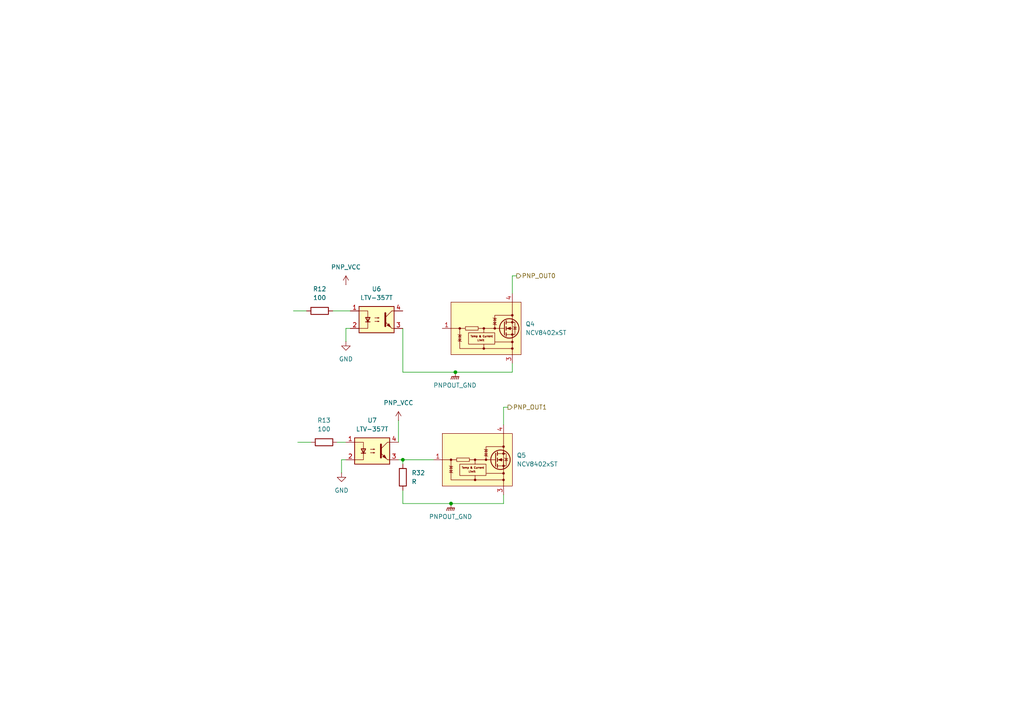
<source format=kicad_sch>
(kicad_sch
	(version 20250114)
	(generator "eeschema")
	(generator_version "9.0")
	(uuid "beaa363c-e367-462d-bc5e-50680081060c")
	(paper "A4")
	(lib_symbols
		(symbol "Device:R"
			(pin_numbers
				(hide yes)
			)
			(pin_names
				(offset 0)
			)
			(exclude_from_sim no)
			(in_bom yes)
			(on_board yes)
			(property "Reference" "R"
				(at 2.032 0 90)
				(effects
					(font
						(size 1.27 1.27)
					)
				)
			)
			(property "Value" "R"
				(at 0 0 90)
				(effects
					(font
						(size 1.27 1.27)
					)
				)
			)
			(property "Footprint" ""
				(at -1.778 0 90)
				(effects
					(font
						(size 1.27 1.27)
					)
					(hide yes)
				)
			)
			(property "Datasheet" "~"
				(at 0 0 0)
				(effects
					(font
						(size 1.27 1.27)
					)
					(hide yes)
				)
			)
			(property "Description" "Resistor"
				(at 0 0 0)
				(effects
					(font
						(size 1.27 1.27)
					)
					(hide yes)
				)
			)
			(property "ki_keywords" "R res resistor"
				(at 0 0 0)
				(effects
					(font
						(size 1.27 1.27)
					)
					(hide yes)
				)
			)
			(property "ki_fp_filters" "R_*"
				(at 0 0 0)
				(effects
					(font
						(size 1.27 1.27)
					)
					(hide yes)
				)
			)
			(symbol "R_0_1"
				(rectangle
					(start -1.016 -2.54)
					(end 1.016 2.54)
					(stroke
						(width 0.254)
						(type default)
					)
					(fill
						(type none)
					)
				)
			)
			(symbol "R_1_1"
				(pin passive line
					(at 0 3.81 270)
					(length 1.27)
					(name "~"
						(effects
							(font
								(size 1.27 1.27)
							)
						)
					)
					(number "1"
						(effects
							(font
								(size 1.27 1.27)
							)
						)
					)
				)
				(pin passive line
					(at 0 -3.81 90)
					(length 1.27)
					(name "~"
						(effects
							(font
								(size 1.27 1.27)
							)
						)
					)
					(number "2"
						(effects
							(font
								(size 1.27 1.27)
							)
						)
					)
				)
			)
			(embedded_fonts no)
		)
		(symbol "Driver_FET:NCV8402xST"
			(pin_names
				(offset 0)
				(hide yes)
			)
			(exclude_from_sim no)
			(in_bom yes)
			(on_board yes)
			(property "Reference" "Q"
				(at 5.08 8.89 0)
				(effects
					(font
						(size 1.27 1.27)
					)
					(justify right)
				)
			)
			(property "Value" "NCV8402xST"
				(at -11.43 8.89 0)
				(effects
					(font
						(size 1.27 1.27)
					)
					(justify left)
				)
			)
			(property "Footprint" "Package_TO_SOT_SMD:SOT-223"
				(at 0 -7.112 0)
				(effects
					(font
						(size 1.27 1.27)
					)
					(hide yes)
				)
			)
			(property "Datasheet" "https://www.onsemi.com/pub/Collateral/NCV8402-D.PDF"
				(at 7.62 0 0)
				(effects
					(font
						(size 1.27 1.27)
					)
					(hide yes)
				)
			)
			(property "Description" "Self-Protected Low Side Driver with Temperature and Current Limit, SOT−223"
				(at 0 0 0)
				(effects
					(font
						(size 1.27 1.27)
					)
					(hide yes)
				)
			)
			(property "ki_keywords" "MOSFET ESD Overcurrent"
				(at 0 0 0)
				(effects
					(font
						(size 1.27 1.27)
					)
					(hide yes)
				)
			)
			(property "ki_fp_filters" "SOT?223*"
				(at 0 0 0)
				(effects
					(font
						(size 1.27 1.27)
					)
					(hide yes)
				)
			)
			(symbol "NCV8402xST_0_0"
				(rectangle
					(start -10.16 7.62)
					(end 10.16 -7.62)
					(stroke
						(width 0)
						(type default)
					)
					(fill
						(type background)
					)
				)
				(rectangle
					(start -5.969 0.508)
					(end -2.286 -0.508)
					(stroke
						(width 0)
						(type default)
					)
					(fill
						(type none)
					)
				)
				(polyline
					(pts
						(xy -0.635 -1.27) (xy -0.635 -0.635) (xy -0.635 0)
					)
					(stroke
						(width 0)
						(type default)
					)
					(fill
						(type none)
					)
				)
				(polyline
					(pts
						(xy -0.635 -5.842) (xy -7.62 -5.842) (xy -7.62 0) (xy -6.096 0)
					)
					(stroke
						(width 0)
						(type default)
					)
					(fill
						(type none)
					)
				)
				(polyline
					(pts
						(xy 2.54 0) (xy -2.286 0) (xy -0.889 0)
					)
					(stroke
						(width 0)
						(type default)
					)
					(fill
						(type none)
					)
				)
				(polyline
					(pts
						(xy 2.54 0) (xy 2.54 3.81) (xy 7.62 3.81)
					)
					(stroke
						(width 0)
						(type default)
					)
					(fill
						(type none)
					)
				)
				(polyline
					(pts
						(xy 7.62 2.54) (xy 7.62 7.62)
					)
					(stroke
						(width 0)
						(type default)
					)
					(fill
						(type none)
					)
				)
				(polyline
					(pts
						(xy 7.62 2.54) (xy 7.62 -7.62)
					)
					(stroke
						(width 0)
						(type default)
					)
					(fill
						(type none)
					)
				)
				(polyline
					(pts
						(xy 7.62 -5.842) (xy -0.635 -5.842) (xy -0.635 -4.572)
					)
					(stroke
						(width 0)
						(type default)
					)
					(fill
						(type none)
					)
				)
				(text "Limit"
					(at -1.524 -3.429 0)
					(effects
						(font
							(size 0.5334 0.5334)
						)
					)
				)
				(text "Temp & Current"
					(at -1.27 -2.286 0)
					(effects
						(font
							(size 0.5334 0.5334)
						)
					)
				)
			)
			(symbol "NCV8402xST_0_1"
				(polyline
					(pts
						(xy -7.62 0) (xy -10.16 0)
					)
					(stroke
						(width 0)
						(type default)
					)
					(fill
						(type none)
					)
				)
				(rectangle
					(start -5.08 -1.27)
					(end 2.54 -4.572)
					(stroke
						(width 0)
						(type default)
					)
					(fill
						(type none)
					)
				)
				(polyline
					(pts
						(xy 7.62 -3.937) (xy 2.667 -3.937)
					)
					(stroke
						(width 0)
						(type default)
					)
					(fill
						(type none)
					)
				)
			)
			(symbol "NCV8402xST_1_1"
				(polyline
					(pts
						(xy -8.128 -1.778) (xy -8.001 -1.905) (xy -7.239 -1.905) (xy -7.112 -2.032)
					)
					(stroke
						(width 0)
						(type default)
					)
					(fill
						(type none)
					)
				)
				(circle
					(center -7.62 0)
					(radius 0.2794)
					(stroke
						(width 0)
						(type default)
					)
					(fill
						(type outline)
					)
				)
				(polyline
					(pts
						(xy -7.62 -1.905) (xy -8.001 -2.54) (xy -7.239 -2.54) (xy -7.62 -1.905)
					)
					(stroke
						(width 0)
						(type default)
					)
					(fill
						(type none)
					)
				)
				(polyline
					(pts
						(xy -7.62 -3.683) (xy -7.239 -3.048) (xy -8.001 -3.048) (xy -7.62 -3.683)
					)
					(stroke
						(width 0)
						(type default)
					)
					(fill
						(type none)
					)
				)
				(polyline
					(pts
						(xy -7.112 -3.81) (xy -7.239 -3.683) (xy -8.001 -3.683) (xy -8.128 -3.556)
					)
					(stroke
						(width 0)
						(type default)
					)
					(fill
						(type none)
					)
				)
				(circle
					(center -0.635 0)
					(radius 0.2794)
					(stroke
						(width 0)
						(type default)
					)
					(fill
						(type outline)
					)
				)
				(circle
					(center -0.635 -5.842)
					(radius 0.2794)
					(stroke
						(width 0)
						(type default)
					)
					(fill
						(type outline)
					)
				)
				(polyline
					(pts
						(xy 2.032 3.048) (xy 2.159 2.921) (xy 2.921 2.921) (xy 3.048 2.794)
					)
					(stroke
						(width 0)
						(type default)
					)
					(fill
						(type none)
					)
				)
				(polyline
					(pts
						(xy 2.54 2.921) (xy 2.159 2.286) (xy 2.921 2.286) (xy 2.54 2.921)
					)
					(stroke
						(width 0)
						(type default)
					)
					(fill
						(type none)
					)
				)
				(polyline
					(pts
						(xy 2.54 1.143) (xy 2.921 1.778) (xy 2.159 1.778) (xy 2.54 1.143)
					)
					(stroke
						(width 0)
						(type default)
					)
					(fill
						(type none)
					)
				)
				(polyline
					(pts
						(xy 2.54 0) (xy 5.334 0)
					)
					(stroke
						(width 0)
						(type default)
					)
					(fill
						(type none)
					)
				)
				(circle
					(center 2.54 0)
					(radius 0.2794)
					(stroke
						(width 0)
						(type default)
					)
					(fill
						(type outline)
					)
				)
				(polyline
					(pts
						(xy 3.048 1.016) (xy 2.921 1.143) (xy 2.159 1.143) (xy 2.032 1.27)
					)
					(stroke
						(width 0)
						(type default)
					)
					(fill
						(type none)
					)
				)
				(polyline
					(pts
						(xy 5.334 1.905) (xy 5.334 -1.905) (xy 5.334 -1.905)
					)
					(stroke
						(width 0.254)
						(type default)
					)
					(fill
						(type none)
					)
				)
				(polyline
					(pts
						(xy 5.842 2.286) (xy 5.842 1.27)
					)
					(stroke
						(width 0.254)
						(type default)
					)
					(fill
						(type none)
					)
				)
				(polyline
					(pts
						(xy 5.842 1.778) (xy 7.62 1.778)
					)
					(stroke
						(width 0)
						(type default)
					)
					(fill
						(type none)
					)
				)
				(polyline
					(pts
						(xy 5.842 0.508) (xy 5.842 -0.508)
					)
					(stroke
						(width 0.254)
						(type default)
					)
					(fill
						(type none)
					)
				)
				(polyline
					(pts
						(xy 5.842 0) (xy 7.62 0)
					)
					(stroke
						(width 0)
						(type default)
					)
					(fill
						(type none)
					)
				)
				(polyline
					(pts
						(xy 5.842 -1.27) (xy 5.842 -2.286)
					)
					(stroke
						(width 0.254)
						(type default)
					)
					(fill
						(type none)
					)
				)
				(polyline
					(pts
						(xy 5.842 -1.778) (xy 7.62 -1.778)
					)
					(stroke
						(width 0)
						(type default)
					)
					(fill
						(type none)
					)
				)
				(polyline
					(pts
						(xy 6.096 0) (xy 7.112 0.381) (xy 7.112 -0.381) (xy 6.096 0)
					)
					(stroke
						(width 0)
						(type default)
					)
					(fill
						(type outline)
					)
				)
				(circle
					(center 6.731 0)
					(radius 2.8194)
					(stroke
						(width 0.254)
						(type default)
					)
					(fill
						(type none)
					)
				)
				(circle
					(center 7.62 3.81)
					(radius 0.2794)
					(stroke
						(width 0)
						(type default)
					)
					(fill
						(type outline)
					)
				)
				(polyline
					(pts
						(xy 7.62 2.54) (xy 7.62 1.778)
					)
					(stroke
						(width 0)
						(type default)
					)
					(fill
						(type none)
					)
				)
				(circle
					(center 7.62 1.778)
					(radius 0.2794)
					(stroke
						(width 0)
						(type default)
					)
					(fill
						(type outline)
					)
				)
				(polyline
					(pts
						(xy 7.62 -1.778) (xy 7.62 0)
					)
					(stroke
						(width 0)
						(type default)
					)
					(fill
						(type none)
					)
				)
				(polyline
					(pts
						(xy 7.62 -1.778) (xy 7.62 -2.54)
					)
					(stroke
						(width 0)
						(type default)
					)
					(fill
						(type none)
					)
				)
				(polyline
					(pts
						(xy 7.62 -1.778) (xy 8.382 -1.778) (xy 8.382 1.778) (xy 7.62 1.778)
					)
					(stroke
						(width 0)
						(type default)
					)
					(fill
						(type none)
					)
				)
				(circle
					(center 7.62 -1.778)
					(radius 0.2794)
					(stroke
						(width 0)
						(type default)
					)
					(fill
						(type outline)
					)
				)
				(circle
					(center 7.62 -3.937)
					(radius 0.2794)
					(stroke
						(width 0)
						(type default)
					)
					(fill
						(type outline)
					)
				)
				(circle
					(center 7.62 -5.842)
					(radius 0.2794)
					(stroke
						(width 0)
						(type default)
					)
					(fill
						(type outline)
					)
				)
				(polyline
					(pts
						(xy 7.874 0.508) (xy 8.001 0.381) (xy 8.763 0.381) (xy 8.89 0.254)
					)
					(stroke
						(width 0)
						(type default)
					)
					(fill
						(type none)
					)
				)
				(polyline
					(pts
						(xy 8.382 0.381) (xy 8.001 -0.254) (xy 8.763 -0.254) (xy 8.382 0.381)
					)
					(stroke
						(width 0)
						(type default)
					)
					(fill
						(type none)
					)
				)
				(pin input line
					(at -12.7 0 0)
					(length 2.54)
					(name "G"
						(effects
							(font
								(size 1.27 1.27)
							)
						)
					)
					(number "1"
						(effects
							(font
								(size 1.27 1.27)
							)
						)
					)
				)
				(pin passive line
					(at 7.62 10.16 270)
					(length 2.54)
					(hide yes)
					(name "D"
						(effects
							(font
								(size 1.27 1.27)
							)
						)
					)
					(number "2"
						(effects
							(font
								(size 1.27 1.27)
							)
						)
					)
				)
				(pin passive line
					(at 7.62 10.16 270)
					(length 2.54)
					(name "D"
						(effects
							(font
								(size 1.27 1.27)
							)
						)
					)
					(number "4"
						(effects
							(font
								(size 1.27 1.27)
							)
						)
					)
				)
				(pin passive line
					(at 7.62 -10.16 90)
					(length 2.54)
					(name "S"
						(effects
							(font
								(size 1.27 1.27)
							)
						)
					)
					(number "3"
						(effects
							(font
								(size 1.27 1.27)
							)
						)
					)
				)
			)
			(embedded_fonts no)
		)
		(symbol "Isolator:LTV-357T"
			(pin_names
				(offset 1.016)
			)
			(exclude_from_sim no)
			(in_bom yes)
			(on_board yes)
			(property "Reference" "U"
				(at -5.334 4.826 0)
				(effects
					(font
						(size 1.27 1.27)
					)
					(justify left)
				)
			)
			(property "Value" "LTV-357T"
				(at 0 5.08 0)
				(effects
					(font
						(size 1.27 1.27)
					)
					(justify left)
				)
			)
			(property "Footprint" "Package_SO:SO-4_4.4x3.6mm_P2.54mm"
				(at -5.08 -5.08 0)
				(effects
					(font
						(size 1.27 1.27)
						(italic yes)
					)
					(justify left)
					(hide yes)
				)
			)
			(property "Datasheet" "https://www.buerklin.com/medias/sys_master/download/download/h91/ha0/8892020588574.pdf"
				(at 0 0 0)
				(effects
					(font
						(size 1.27 1.27)
					)
					(justify left)
					(hide yes)
				)
			)
			(property "Description" "DC Optocoupler, Vce 35V, CTR 50%, SO-4"
				(at 0 0 0)
				(effects
					(font
						(size 1.27 1.27)
					)
					(hide yes)
				)
			)
			(property "ki_keywords" "NPN DC Optocoupler"
				(at 0 0 0)
				(effects
					(font
						(size 1.27 1.27)
					)
					(hide yes)
				)
			)
			(property "ki_fp_filters" "SO*4.4x3.6mm*P2.54mm*"
				(at 0 0 0)
				(effects
					(font
						(size 1.27 1.27)
					)
					(hide yes)
				)
			)
			(symbol "LTV-357T_0_1"
				(rectangle
					(start -5.08 3.81)
					(end 5.08 -3.81)
					(stroke
						(width 0.254)
						(type default)
					)
					(fill
						(type background)
					)
				)
				(polyline
					(pts
						(xy -5.08 2.54) (xy -2.54 2.54) (xy -2.54 -0.762)
					)
					(stroke
						(width 0)
						(type default)
					)
					(fill
						(type none)
					)
				)
				(polyline
					(pts
						(xy -3.175 -0.635) (xy -1.905 -0.635)
					)
					(stroke
						(width 0.254)
						(type default)
					)
					(fill
						(type none)
					)
				)
				(polyline
					(pts
						(xy -2.54 -0.635) (xy -2.54 -2.54) (xy -5.08 -2.54)
					)
					(stroke
						(width 0)
						(type default)
					)
					(fill
						(type none)
					)
				)
				(polyline
					(pts
						(xy -2.54 -0.635) (xy -3.175 0.635) (xy -1.905 0.635) (xy -2.54 -0.635)
					)
					(stroke
						(width 0.254)
						(type default)
					)
					(fill
						(type none)
					)
				)
				(polyline
					(pts
						(xy -0.508 0.508) (xy 0.762 0.508) (xy 0.381 0.381) (xy 0.381 0.635) (xy 0.762 0.508)
					)
					(stroke
						(width 0)
						(type default)
					)
					(fill
						(type none)
					)
				)
				(polyline
					(pts
						(xy -0.508 -0.508) (xy 0.762 -0.508) (xy 0.381 -0.635) (xy 0.381 -0.381) (xy 0.762 -0.508)
					)
					(stroke
						(width 0)
						(type default)
					)
					(fill
						(type none)
					)
				)
				(polyline
					(pts
						(xy 2.54 1.905) (xy 2.54 -1.905) (xy 2.54 -1.905)
					)
					(stroke
						(width 0.508)
						(type default)
					)
					(fill
						(type none)
					)
				)
				(polyline
					(pts
						(xy 2.54 0.635) (xy 4.445 2.54)
					)
					(stroke
						(width 0)
						(type default)
					)
					(fill
						(type none)
					)
				)
				(polyline
					(pts
						(xy 3.048 -1.651) (xy 3.556 -1.143) (xy 4.064 -2.159) (xy 3.048 -1.651) (xy 3.048 -1.651)
					)
					(stroke
						(width 0)
						(type default)
					)
					(fill
						(type outline)
					)
				)
				(polyline
					(pts
						(xy 4.445 2.54) (xy 5.08 2.54)
					)
					(stroke
						(width 0)
						(type default)
					)
					(fill
						(type none)
					)
				)
				(polyline
					(pts
						(xy 4.445 -2.54) (xy 2.54 -0.635)
					)
					(stroke
						(width 0)
						(type default)
					)
					(fill
						(type outline)
					)
				)
				(polyline
					(pts
						(xy 4.445 -2.54) (xy 5.08 -2.54)
					)
					(stroke
						(width 0)
						(type default)
					)
					(fill
						(type none)
					)
				)
			)
			(symbol "LTV-357T_1_1"
				(pin passive line
					(at -7.62 2.54 0)
					(length 2.54)
					(name "~"
						(effects
							(font
								(size 1.27 1.27)
							)
						)
					)
					(number "1"
						(effects
							(font
								(size 1.27 1.27)
							)
						)
					)
				)
				(pin passive line
					(at -7.62 -2.54 0)
					(length 2.54)
					(name "~"
						(effects
							(font
								(size 1.27 1.27)
							)
						)
					)
					(number "2"
						(effects
							(font
								(size 1.27 1.27)
							)
						)
					)
				)
				(pin passive line
					(at 7.62 2.54 180)
					(length 2.54)
					(name "~"
						(effects
							(font
								(size 1.27 1.27)
							)
						)
					)
					(number "4"
						(effects
							(font
								(size 1.27 1.27)
							)
						)
					)
				)
				(pin passive line
					(at 7.62 -2.54 180)
					(length 2.54)
					(name "~"
						(effects
							(font
								(size 1.27 1.27)
							)
						)
					)
					(number "3"
						(effects
							(font
								(size 1.27 1.27)
							)
						)
					)
				)
			)
			(embedded_fonts no)
		)
		(symbol "power:GND"
			(power)
			(pin_numbers
				(hide yes)
			)
			(pin_names
				(offset 0)
				(hide yes)
			)
			(exclude_from_sim no)
			(in_bom yes)
			(on_board yes)
			(property "Reference" "#PWR"
				(at 0 -6.35 0)
				(effects
					(font
						(size 1.27 1.27)
					)
					(hide yes)
				)
			)
			(property "Value" "GND"
				(at 0 -3.81 0)
				(effects
					(font
						(size 1.27 1.27)
					)
				)
			)
			(property "Footprint" ""
				(at 0 0 0)
				(effects
					(font
						(size 1.27 1.27)
					)
					(hide yes)
				)
			)
			(property "Datasheet" ""
				(at 0 0 0)
				(effects
					(font
						(size 1.27 1.27)
					)
					(hide yes)
				)
			)
			(property "Description" "Power symbol creates a global label with name \"GND\" , ground"
				(at 0 0 0)
				(effects
					(font
						(size 1.27 1.27)
					)
					(hide yes)
				)
			)
			(property "ki_keywords" "global power"
				(at 0 0 0)
				(effects
					(font
						(size 1.27 1.27)
					)
					(hide yes)
				)
			)
			(symbol "GND_0_1"
				(polyline
					(pts
						(xy 0 0) (xy 0 -1.27) (xy 1.27 -1.27) (xy 0 -2.54) (xy -1.27 -1.27) (xy 0 -1.27)
					)
					(stroke
						(width 0)
						(type default)
					)
					(fill
						(type none)
					)
				)
			)
			(symbol "GND_1_1"
				(pin power_in line
					(at 0 0 270)
					(length 0)
					(name "~"
						(effects
							(font
								(size 1.27 1.27)
							)
						)
					)
					(number "1"
						(effects
							(font
								(size 1.27 1.27)
							)
						)
					)
				)
			)
			(embedded_fonts no)
		)
		(symbol "power:GNDPWR"
			(power)
			(pin_numbers
				(hide yes)
			)
			(pin_names
				(offset 0)
				(hide yes)
			)
			(exclude_from_sim no)
			(in_bom yes)
			(on_board yes)
			(property "Reference" "#PWR"
				(at 0 -5.08 0)
				(effects
					(font
						(size 1.27 1.27)
					)
					(hide yes)
				)
			)
			(property "Value" "GNDPWR"
				(at 0 -3.302 0)
				(effects
					(font
						(size 1.27 1.27)
					)
				)
			)
			(property "Footprint" ""
				(at 0 -1.27 0)
				(effects
					(font
						(size 1.27 1.27)
					)
					(hide yes)
				)
			)
			(property "Datasheet" ""
				(at 0 -1.27 0)
				(effects
					(font
						(size 1.27 1.27)
					)
					(hide yes)
				)
			)
			(property "Description" "Power symbol creates a global label with name \"GNDPWR\" , global ground"
				(at 0 0 0)
				(effects
					(font
						(size 1.27 1.27)
					)
					(hide yes)
				)
			)
			(property "ki_keywords" "global ground"
				(at 0 0 0)
				(effects
					(font
						(size 1.27 1.27)
					)
					(hide yes)
				)
			)
			(symbol "GNDPWR_0_1"
				(polyline
					(pts
						(xy -1.016 -1.27) (xy -1.27 -2.032) (xy -1.27 -2.032)
					)
					(stroke
						(width 0.2032)
						(type default)
					)
					(fill
						(type none)
					)
				)
				(polyline
					(pts
						(xy -0.508 -1.27) (xy -0.762 -2.032) (xy -0.762 -2.032)
					)
					(stroke
						(width 0.2032)
						(type default)
					)
					(fill
						(type none)
					)
				)
				(polyline
					(pts
						(xy 0 -1.27) (xy 0 0)
					)
					(stroke
						(width 0)
						(type default)
					)
					(fill
						(type none)
					)
				)
				(polyline
					(pts
						(xy 0 -1.27) (xy -0.254 -2.032) (xy -0.254 -2.032)
					)
					(stroke
						(width 0.2032)
						(type default)
					)
					(fill
						(type none)
					)
				)
				(polyline
					(pts
						(xy 0.508 -1.27) (xy 0.254 -2.032) (xy 0.254 -2.032)
					)
					(stroke
						(width 0.2032)
						(type default)
					)
					(fill
						(type none)
					)
				)
				(polyline
					(pts
						(xy 1.016 -1.27) (xy -1.016 -1.27) (xy -1.016 -1.27)
					)
					(stroke
						(width 0.2032)
						(type default)
					)
					(fill
						(type none)
					)
				)
				(polyline
					(pts
						(xy 1.016 -1.27) (xy 0.762 -2.032) (xy 0.762 -2.032) (xy 0.762 -2.032)
					)
					(stroke
						(width 0.2032)
						(type default)
					)
					(fill
						(type none)
					)
				)
			)
			(symbol "GNDPWR_1_1"
				(pin power_in line
					(at 0 0 270)
					(length 0)
					(name "~"
						(effects
							(font
								(size 1.27 1.27)
							)
						)
					)
					(number "1"
						(effects
							(font
								(size 1.27 1.27)
							)
						)
					)
				)
			)
			(embedded_fonts no)
		)
		(symbol "power:VCC"
			(power)
			(pin_numbers
				(hide yes)
			)
			(pin_names
				(offset 0)
				(hide yes)
			)
			(exclude_from_sim no)
			(in_bom yes)
			(on_board yes)
			(property "Reference" "#PWR"
				(at 0 -3.81 0)
				(effects
					(font
						(size 1.27 1.27)
					)
					(hide yes)
				)
			)
			(property "Value" "VCC"
				(at 0 3.556 0)
				(effects
					(font
						(size 1.27 1.27)
					)
				)
			)
			(property "Footprint" ""
				(at 0 0 0)
				(effects
					(font
						(size 1.27 1.27)
					)
					(hide yes)
				)
			)
			(property "Datasheet" ""
				(at 0 0 0)
				(effects
					(font
						(size 1.27 1.27)
					)
					(hide yes)
				)
			)
			(property "Description" "Power symbol creates a global label with name \"VCC\""
				(at 0 0 0)
				(effects
					(font
						(size 1.27 1.27)
					)
					(hide yes)
				)
			)
			(property "ki_keywords" "global power"
				(at 0 0 0)
				(effects
					(font
						(size 1.27 1.27)
					)
					(hide yes)
				)
			)
			(symbol "VCC_0_1"
				(polyline
					(pts
						(xy -0.762 1.27) (xy 0 2.54)
					)
					(stroke
						(width 0)
						(type default)
					)
					(fill
						(type none)
					)
				)
				(polyline
					(pts
						(xy 0 2.54) (xy 0.762 1.27)
					)
					(stroke
						(width 0)
						(type default)
					)
					(fill
						(type none)
					)
				)
				(polyline
					(pts
						(xy 0 0) (xy 0 2.54)
					)
					(stroke
						(width 0)
						(type default)
					)
					(fill
						(type none)
					)
				)
			)
			(symbol "VCC_1_1"
				(pin power_in line
					(at 0 0 90)
					(length 0)
					(name "~"
						(effects
							(font
								(size 1.27 1.27)
							)
						)
					)
					(number "1"
						(effects
							(font
								(size 1.27 1.27)
							)
						)
					)
				)
			)
			(embedded_fonts no)
		)
	)
	(junction
		(at 116.84 133.35)
		(diameter 0)
		(color 0 0 0 0)
		(uuid "2d32acb4-84e7-4d0d-8724-d3a3ee1f3c4e")
	)
	(junction
		(at 132.08 107.95)
		(diameter 0)
		(color 0 0 0 0)
		(uuid "3cde469e-f818-43fa-a8e3-1c395f4e6e4a")
	)
	(junction
		(at 130.81 146.05)
		(diameter 0)
		(color 0 0 0 0)
		(uuid "6ae4245e-9f1e-46f8-a464-1fce0e3daabe")
	)
	(wire
		(pts
			(xy 116.84 107.95) (xy 132.08 107.95)
		)
		(stroke
			(width 0)
			(type default)
		)
		(uuid "1a6003b8-d958-4bbe-8569-9560277231b4")
	)
	(wire
		(pts
			(xy 86.36 128.27) (xy 90.17 128.27)
		)
		(stroke
			(width 0)
			(type default)
		)
		(uuid "1dafb8fe-28f3-48ea-b61c-92a62a1928c9")
	)
	(wire
		(pts
			(xy 148.59 80.01) (xy 149.86 80.01)
		)
		(stroke
			(width 0)
			(type default)
		)
		(uuid "282d3609-000a-4b01-afeb-20ba6d599f37")
	)
	(wire
		(pts
			(xy 100.33 95.25) (xy 101.6 95.25)
		)
		(stroke
			(width 0)
			(type default)
		)
		(uuid "29ae5ab6-f352-4b75-947e-7077fe00134f")
	)
	(wire
		(pts
			(xy 146.05 118.11) (xy 147.32 118.11)
		)
		(stroke
			(width 0)
			(type default)
		)
		(uuid "2d2ad278-f5b5-4682-a920-7508caeb5df9")
	)
	(wire
		(pts
			(xy 116.84 133.35) (xy 125.73 133.35)
		)
		(stroke
			(width 0)
			(type default)
		)
		(uuid "338c3d40-0579-4d8c-bce4-6ed3f882ff47")
	)
	(wire
		(pts
			(xy 116.84 133.35) (xy 116.84 134.62)
		)
		(stroke
			(width 0)
			(type default)
		)
		(uuid "344b1801-47ec-4db5-89da-dfc483e84612")
	)
	(wire
		(pts
			(xy 146.05 146.05) (xy 146.05 143.51)
		)
		(stroke
			(width 0)
			(type default)
		)
		(uuid "35bcc841-ecab-4866-8e8f-d82da7d40d9f")
	)
	(wire
		(pts
			(xy 116.84 146.05) (xy 130.81 146.05)
		)
		(stroke
			(width 0)
			(type default)
		)
		(uuid "3b7db175-6b6d-4c27-bb36-3d6305540989")
	)
	(wire
		(pts
			(xy 116.84 142.24) (xy 116.84 146.05)
		)
		(stroke
			(width 0)
			(type default)
		)
		(uuid "441fb3e0-e5e0-41f3-84aa-af02a1248391")
	)
	(wire
		(pts
			(xy 115.57 121.92) (xy 115.57 128.27)
		)
		(stroke
			(width 0)
			(type default)
		)
		(uuid "4ec7d4e9-02ae-478f-9cfa-512af4804f2b")
	)
	(wire
		(pts
			(xy 132.08 107.95) (xy 148.59 107.95)
		)
		(stroke
			(width 0)
			(type default)
		)
		(uuid "5b8039b2-738a-493d-aa69-a686a811c2b5")
	)
	(wire
		(pts
			(xy 130.81 146.05) (xy 146.05 146.05)
		)
		(stroke
			(width 0)
			(type default)
		)
		(uuid "652b1f4d-e57c-47b5-bf81-3716a5939d04")
	)
	(wire
		(pts
			(xy 100.33 99.06) (xy 100.33 95.25)
		)
		(stroke
			(width 0)
			(type default)
		)
		(uuid "79a527b5-8bf2-4391-86aa-11b350454b75")
	)
	(wire
		(pts
			(xy 148.59 107.95) (xy 148.59 105.41)
		)
		(stroke
			(width 0)
			(type default)
		)
		(uuid "8540bf9b-0e5e-4c67-a114-6b07e8990767")
	)
	(wire
		(pts
			(xy 97.79 128.27) (xy 100.33 128.27)
		)
		(stroke
			(width 0)
			(type default)
		)
		(uuid "a1b15978-a146-404c-956a-d96a7287d084")
	)
	(wire
		(pts
			(xy 116.84 95.25) (xy 116.84 107.95)
		)
		(stroke
			(width 0)
			(type default)
		)
		(uuid "a5aa532a-f631-4bab-9b6c-e19e0e83fa96")
	)
	(wire
		(pts
			(xy 115.57 133.35) (xy 116.84 133.35)
		)
		(stroke
			(width 0)
			(type default)
		)
		(uuid "b2878b56-3a0b-4453-bc10-62d2fd53c0ff")
	)
	(wire
		(pts
			(xy 96.52 90.17) (xy 101.6 90.17)
		)
		(stroke
			(width 0)
			(type default)
		)
		(uuid "b6dfec02-ccb4-4625-afb2-e2c612c97586")
	)
	(wire
		(pts
			(xy 85.09 90.17) (xy 88.9 90.17)
		)
		(stroke
			(width 0)
			(type default)
		)
		(uuid "b967af6a-643b-4d0d-890d-c6061f91fdac")
	)
	(wire
		(pts
			(xy 146.05 118.11) (xy 146.05 123.19)
		)
		(stroke
			(width 0)
			(type default)
		)
		(uuid "bd87b422-57f6-4b07-ba11-045e879df279")
	)
	(wire
		(pts
			(xy 99.06 133.35) (xy 100.33 133.35)
		)
		(stroke
			(width 0)
			(type default)
		)
		(uuid "ec40db77-09e7-4576-9ee7-c675da27fbaa")
	)
	(wire
		(pts
			(xy 148.59 85.09) (xy 148.59 80.01)
		)
		(stroke
			(width 0)
			(type default)
		)
		(uuid "f326807c-6809-42aa-acb9-9d28e786f97e")
	)
	(wire
		(pts
			(xy 99.06 137.16) (xy 99.06 133.35)
		)
		(stroke
			(width 0)
			(type default)
		)
		(uuid "fcf611ae-09ed-455a-97ed-da3aac6ea115")
	)
	(hierarchical_label "PNP_OUT1"
		(shape output)
		(at 147.32 118.11 0)
		(effects
			(font
				(size 1.27 1.27)
			)
			(justify left)
		)
		(uuid "1baf3cd2-8b29-4f41-8765-d0167a63da99")
	)
	(hierarchical_label "PNP_OUT0"
		(shape output)
		(at 149.86 80.01 0)
		(effects
			(font
				(size 1.27 1.27)
			)
			(justify left)
		)
		(uuid "e73e79e1-aafd-4f7a-add5-70bc8f5a392f")
	)
	(symbol
		(lib_id "Driver_FET:NCV8402xST")
		(at 138.43 133.35 0)
		(unit 1)
		(exclude_from_sim no)
		(in_bom yes)
		(on_board yes)
		(dnp no)
		(fields_autoplaced yes)
		(uuid "24ffc3d3-348c-4c4e-8092-b33c18a7fcde")
		(property "Reference" "Q5"
			(at 149.86 132.0799 0)
			(effects
				(font
					(size 1.27 1.27)
				)
				(justify left)
			)
		)
		(property "Value" "NCV8402xST"
			(at 149.86 134.6199 0)
			(effects
				(font
					(size 1.27 1.27)
				)
				(justify left)
			)
		)
		(property "Footprint" "Package_TO_SOT_SMD:SOT-223"
			(at 138.43 140.462 0)
			(effects
				(font
					(size 1.27 1.27)
				)
				(hide yes)
			)
		)
		(property "Datasheet" "https://www.onsemi.com/pub/Collateral/NCV8402-D.PDF"
			(at 146.05 133.35 0)
			(effects
				(font
					(size 1.27 1.27)
				)
				(hide yes)
			)
		)
		(property "Description" "Self-Protected Low Side Driver with Temperature and Current Limit, SOT−223"
			(at 138.43 133.35 0)
			(effects
				(font
					(size 1.27 1.27)
				)
				(hide yes)
			)
		)
		(pin "2"
			(uuid "60ddeb59-ecb5-4d33-bacb-34b385de37eb")
		)
		(pin "4"
			(uuid "d7cac65b-7464-406e-a698-fe84d129830c")
		)
		(pin "1"
			(uuid "048511c8-2e7c-4d52-80c0-232d934c1268")
		)
		(pin "3"
			(uuid "58651321-5902-42b7-a548-061446034338")
		)
		(instances
			(project "NIVARA"
				(path "/e09284a3-0da6-4b1c-80d3-a52d405369d9/b46cdcb1-15cb-4562-89d5-6c513685d0bc/6f60420d-4966-403c-a665-548389f750b5"
					(reference "Q5")
					(unit 1)
				)
			)
		)
	)
	(symbol
		(lib_id "power:GNDPWR")
		(at 130.81 146.05 0)
		(unit 1)
		(exclude_from_sim no)
		(in_bom yes)
		(on_board yes)
		(dnp no)
		(fields_autoplaced yes)
		(uuid "37533383-22ba-47e7-9743-391698dd24e8")
		(property "Reference" "#PWR058"
			(at 130.81 151.13 0)
			(effects
				(font
					(size 1.27 1.27)
				)
				(hide yes)
			)
		)
		(property "Value" "PNPOUT_GND"
			(at 130.683 149.86 0)
			(effects
				(font
					(size 1.27 1.27)
				)
			)
		)
		(property "Footprint" ""
			(at 130.81 147.32 0)
			(effects
				(font
					(size 1.27 1.27)
				)
				(hide yes)
			)
		)
		(property "Datasheet" ""
			(at 130.81 147.32 0)
			(effects
				(font
					(size 1.27 1.27)
				)
				(hide yes)
			)
		)
		(property "Description" "Power symbol creates a global label with name \"GNDPWR\" , global ground"
			(at 130.81 146.05 0)
			(effects
				(font
					(size 1.27 1.27)
				)
				(hide yes)
			)
		)
		(pin "1"
			(uuid "7dceda5f-f1e6-43ed-b732-13b98771bfb2")
		)
		(instances
			(project "NIVARA"
				(path "/e09284a3-0da6-4b1c-80d3-a52d405369d9/b46cdcb1-15cb-4562-89d5-6c513685d0bc/6f60420d-4966-403c-a665-548389f750b5"
					(reference "#PWR058")
					(unit 1)
				)
			)
		)
	)
	(symbol
		(lib_id "power:GNDPWR")
		(at 132.08 107.95 0)
		(unit 1)
		(exclude_from_sim no)
		(in_bom yes)
		(on_board yes)
		(dnp no)
		(fields_autoplaced yes)
		(uuid "58a3f2de-c8b6-4ae2-81b0-798452bf573a")
		(property "Reference" "#PWR059"
			(at 132.08 113.03 0)
			(effects
				(font
					(size 1.27 1.27)
				)
				(hide yes)
			)
		)
		(property "Value" "PNPOUT_GND"
			(at 131.953 111.76 0)
			(effects
				(font
					(size 1.27 1.27)
				)
			)
		)
		(property "Footprint" ""
			(at 132.08 109.22 0)
			(effects
				(font
					(size 1.27 1.27)
				)
				(hide yes)
			)
		)
		(property "Datasheet" ""
			(at 132.08 109.22 0)
			(effects
				(font
					(size 1.27 1.27)
				)
				(hide yes)
			)
		)
		(property "Description" "Power symbol creates a global label with name \"GNDPWR\" , global ground"
			(at 132.08 107.95 0)
			(effects
				(font
					(size 1.27 1.27)
				)
				(hide yes)
			)
		)
		(pin "1"
			(uuid "37ad1e71-8dde-478f-8d0f-2f3b2f098511")
		)
		(instances
			(project "NIVARA"
				(path "/e09284a3-0da6-4b1c-80d3-a52d405369d9/b46cdcb1-15cb-4562-89d5-6c513685d0bc/6f60420d-4966-403c-a665-548389f750b5"
					(reference "#PWR059")
					(unit 1)
				)
			)
		)
	)
	(symbol
		(lib_id "power:VCC")
		(at 100.33 82.55 0)
		(unit 1)
		(exclude_from_sim no)
		(in_bom yes)
		(on_board yes)
		(dnp no)
		(fields_autoplaced yes)
		(uuid "5b01e865-0592-4ae3-b29f-b0c503b04907")
		(property "Reference" "#PWR032"
			(at 100.33 86.36 0)
			(effects
				(font
					(size 1.27 1.27)
				)
				(hide yes)
			)
		)
		(property "Value" "PNP_VCC"
			(at 100.33 77.47 0)
			(effects
				(font
					(size 1.27 1.27)
				)
			)
		)
		(property "Footprint" ""
			(at 100.33 82.55 0)
			(effects
				(font
					(size 1.27 1.27)
				)
				(hide yes)
			)
		)
		(property "Datasheet" ""
			(at 100.33 82.55 0)
			(effects
				(font
					(size 1.27 1.27)
				)
				(hide yes)
			)
		)
		(property "Description" "Power symbol creates a global label with name \"VCC\""
			(at 100.33 82.55 0)
			(effects
				(font
					(size 1.27 1.27)
				)
				(hide yes)
			)
		)
		(pin "1"
			(uuid "1fee0d28-e1df-40e9-9a2d-0ede2f1cc294")
		)
		(instances
			(project "NIVARA"
				(path "/e09284a3-0da6-4b1c-80d3-a52d405369d9/b46cdcb1-15cb-4562-89d5-6c513685d0bc/6f60420d-4966-403c-a665-548389f750b5"
					(reference "#PWR032")
					(unit 1)
				)
			)
		)
	)
	(symbol
		(lib_id "power:GND")
		(at 99.06 137.16 0)
		(unit 1)
		(exclude_from_sim no)
		(in_bom yes)
		(on_board yes)
		(dnp no)
		(fields_autoplaced yes)
		(uuid "63b75632-4d4a-4f75-b180-50e82b597fe2")
		(property "Reference" "#PWR033"
			(at 99.06 143.51 0)
			(effects
				(font
					(size 1.27 1.27)
				)
				(hide yes)
			)
		)
		(property "Value" "GND"
			(at 99.06 142.24 0)
			(effects
				(font
					(size 1.27 1.27)
				)
			)
		)
		(property "Footprint" ""
			(at 99.06 137.16 0)
			(effects
				(font
					(size 1.27 1.27)
				)
				(hide yes)
			)
		)
		(property "Datasheet" ""
			(at 99.06 137.16 0)
			(effects
				(font
					(size 1.27 1.27)
				)
				(hide yes)
			)
		)
		(property "Description" "Power symbol creates a global label with name \"GND\" , ground"
			(at 99.06 137.16 0)
			(effects
				(font
					(size 1.27 1.27)
				)
				(hide yes)
			)
		)
		(pin "1"
			(uuid "4712d400-81c5-49fe-bbdd-aeaeb3b14c4e")
		)
		(instances
			(project "NIVARA"
				(path "/e09284a3-0da6-4b1c-80d3-a52d405369d9/b46cdcb1-15cb-4562-89d5-6c513685d0bc/6f60420d-4966-403c-a665-548389f750b5"
					(reference "#PWR033")
					(unit 1)
				)
			)
		)
	)
	(symbol
		(lib_id "power:VCC")
		(at 115.57 121.92 0)
		(unit 1)
		(exclude_from_sim no)
		(in_bom yes)
		(on_board yes)
		(dnp no)
		(fields_autoplaced yes)
		(uuid "7f11609c-a699-489c-9779-cddf66558063")
		(property "Reference" "#PWR034"
			(at 115.57 125.73 0)
			(effects
				(font
					(size 1.27 1.27)
				)
				(hide yes)
			)
		)
		(property "Value" "PNP_VCC"
			(at 115.57 116.84 0)
			(effects
				(font
					(size 1.27 1.27)
				)
			)
		)
		(property "Footprint" ""
			(at 115.57 121.92 0)
			(effects
				(font
					(size 1.27 1.27)
				)
				(hide yes)
			)
		)
		(property "Datasheet" ""
			(at 115.57 121.92 0)
			(effects
				(font
					(size 1.27 1.27)
				)
				(hide yes)
			)
		)
		(property "Description" "Power symbol creates a global label with name \"VCC\""
			(at 115.57 121.92 0)
			(effects
				(font
					(size 1.27 1.27)
				)
				(hide yes)
			)
		)
		(pin "1"
			(uuid "d612cd2f-0599-4ae8-a38c-ea4ef3dac539")
		)
		(instances
			(project "NIVARA"
				(path "/e09284a3-0da6-4b1c-80d3-a52d405369d9/b46cdcb1-15cb-4562-89d5-6c513685d0bc/6f60420d-4966-403c-a665-548389f750b5"
					(reference "#PWR034")
					(unit 1)
				)
			)
		)
	)
	(symbol
		(lib_id "Isolator:LTV-357T")
		(at 107.95 130.81 0)
		(unit 1)
		(exclude_from_sim no)
		(in_bom yes)
		(on_board yes)
		(dnp no)
		(fields_autoplaced yes)
		(uuid "86ef3f33-ccf7-43ef-ad6a-423a89a4dcc9")
		(property "Reference" "U7"
			(at 107.95 121.92 0)
			(effects
				(font
					(size 1.27 1.27)
				)
			)
		)
		(property "Value" "LTV-357T"
			(at 107.95 124.46 0)
			(effects
				(font
					(size 1.27 1.27)
				)
			)
		)
		(property "Footprint" "Package_SO:SO-4_4.4x3.6mm_P2.54mm"
			(at 102.87 135.89 0)
			(effects
				(font
					(size 1.27 1.27)
					(italic yes)
				)
				(justify left)
				(hide yes)
			)
		)
		(property "Datasheet" "https://www.buerklin.com/medias/sys_master/download/download/h91/ha0/8892020588574.pdf"
			(at 107.95 130.81 0)
			(effects
				(font
					(size 1.27 1.27)
				)
				(justify left)
				(hide yes)
			)
		)
		(property "Description" "DC Optocoupler, Vce 35V, CTR 50%, SO-4"
			(at 107.95 130.81 0)
			(effects
				(font
					(size 1.27 1.27)
				)
				(hide yes)
			)
		)
		(pin "2"
			(uuid "dcc16b3e-9ea9-4c1f-a1f5-5f867008e92b")
		)
		(pin "1"
			(uuid "a7c3b3f7-dad5-4b4b-9d97-461d52bc53a9")
		)
		(pin "4"
			(uuid "7a07f203-b67c-4588-8b91-1005ded45503")
		)
		(pin "3"
			(uuid "2a4da96f-8c11-4366-8de8-5348e372d261")
		)
		(instances
			(project "NIVARA"
				(path "/e09284a3-0da6-4b1c-80d3-a52d405369d9/b46cdcb1-15cb-4562-89d5-6c513685d0bc/6f60420d-4966-403c-a665-548389f750b5"
					(reference "U7")
					(unit 1)
				)
			)
		)
	)
	(symbol
		(lib_id "Driver_FET:NCV8402xST")
		(at 140.97 95.25 0)
		(unit 1)
		(exclude_from_sim no)
		(in_bom yes)
		(on_board yes)
		(dnp no)
		(uuid "896f86d3-dd03-4d6f-b2b0-ff0bfdef3b75")
		(property "Reference" "Q4"
			(at 152.4 93.9799 0)
			(effects
				(font
					(size 1.27 1.27)
				)
				(justify left)
			)
		)
		(property "Value" "NCV8402xST"
			(at 152.4 96.5199 0)
			(effects
				(font
					(size 1.27 1.27)
				)
				(justify left)
			)
		)
		(property "Footprint" "Package_TO_SOT_SMD:SOT-223"
			(at 140.97 102.362 0)
			(effects
				(font
					(size 1.27 1.27)
				)
				(hide yes)
			)
		)
		(property "Datasheet" "https://www.onsemi.com/pub/Collateral/NCV8402-D.PDF"
			(at 148.59 95.25 0)
			(effects
				(font
					(size 1.27 1.27)
				)
				(hide yes)
			)
		)
		(property "Description" "Self-Protected Low Side Driver with Temperature and Current Limit, SOT−223"
			(at 140.97 95.25 0)
			(effects
				(font
					(size 1.27 1.27)
				)
				(hide yes)
			)
		)
		(pin "2"
			(uuid "029c6ba3-0a33-4f9b-83f0-bd0545caf271")
		)
		(pin "4"
			(uuid "65e767a2-795c-43e6-9d46-27d1a63b27a5")
		)
		(pin "1"
			(uuid "bcb7c9e4-a80e-41f0-a8a2-7fa6dc426ef2")
		)
		(pin "3"
			(uuid "fc2e754b-784b-4a3e-9a51-a662480d18b9")
		)
		(instances
			(project "NIVARA"
				(path "/e09284a3-0da6-4b1c-80d3-a52d405369d9/b46cdcb1-15cb-4562-89d5-6c513685d0bc/6f60420d-4966-403c-a665-548389f750b5"
					(reference "Q4")
					(unit 1)
				)
			)
		)
	)
	(symbol
		(lib_id "power:GND")
		(at 100.33 99.06 0)
		(unit 1)
		(exclude_from_sim no)
		(in_bom yes)
		(on_board yes)
		(dnp no)
		(fields_autoplaced yes)
		(uuid "a741e774-7e8b-4d99-bf4a-9f82c2a19caa")
		(property "Reference" "#PWR033"
			(at 100.33 105.41 0)
			(effects
				(font
					(size 1.27 1.27)
				)
				(hide yes)
			)
		)
		(property "Value" "GND"
			(at 100.33 104.14 0)
			(effects
				(font
					(size 1.27 1.27)
				)
			)
		)
		(property "Footprint" ""
			(at 100.33 99.06 0)
			(effects
				(font
					(size 1.27 1.27)
				)
				(hide yes)
			)
		)
		(property "Datasheet" ""
			(at 100.33 99.06 0)
			(effects
				(font
					(size 1.27 1.27)
				)
				(hide yes)
			)
		)
		(property "Description" "Power symbol creates a global label with name \"GND\" , ground"
			(at 100.33 99.06 0)
			(effects
				(font
					(size 1.27 1.27)
				)
				(hide yes)
			)
		)
		(pin "1"
			(uuid "0f3350c7-acf8-42a7-adaf-8b3f01d0e634")
		)
		(instances
			(project "NIVARA"
				(path "/e09284a3-0da6-4b1c-80d3-a52d405369d9/b46cdcb1-15cb-4562-89d5-6c513685d0bc/6f60420d-4966-403c-a665-548389f750b5"
					(reference "#PWR033")
					(unit 1)
				)
			)
		)
	)
	(symbol
		(lib_id "Isolator:LTV-357T")
		(at 109.22 92.71 0)
		(unit 1)
		(exclude_from_sim no)
		(in_bom yes)
		(on_board yes)
		(dnp no)
		(fields_autoplaced yes)
		(uuid "a9468cb2-120e-4b42-a1eb-188593117ffb")
		(property "Reference" "U6"
			(at 109.22 83.82 0)
			(effects
				(font
					(size 1.27 1.27)
				)
			)
		)
		(property "Value" "LTV-357T"
			(at 109.22 86.36 0)
			(effects
				(font
					(size 1.27 1.27)
				)
			)
		)
		(property "Footprint" "Package_SO:SO-4_4.4x3.6mm_P2.54mm"
			(at 104.14 97.79 0)
			(effects
				(font
					(size 1.27 1.27)
					(italic yes)
				)
				(justify left)
				(hide yes)
			)
		)
		(property "Datasheet" "https://www.buerklin.com/medias/sys_master/download/download/h91/ha0/8892020588574.pdf"
			(at 109.22 92.71 0)
			(effects
				(font
					(size 1.27 1.27)
				)
				(justify left)
				(hide yes)
			)
		)
		(property "Description" "DC Optocoupler, Vce 35V, CTR 50%, SO-4"
			(at 109.22 92.71 0)
			(effects
				(font
					(size 1.27 1.27)
				)
				(hide yes)
			)
		)
		(pin "2"
			(uuid "876d327d-6b02-4956-9f60-117578ce6d41")
		)
		(pin "1"
			(uuid "00e67d0f-70f2-4fa9-9837-8670bbbf914a")
		)
		(pin "4"
			(uuid "64625bd7-48bf-4f36-8389-1c11d2d6e288")
		)
		(pin "3"
			(uuid "e9397bfd-cb83-4a52-b7d6-148288749d51")
		)
		(instances
			(project "NIVARA"
				(path "/e09284a3-0da6-4b1c-80d3-a52d405369d9/b46cdcb1-15cb-4562-89d5-6c513685d0bc/6f60420d-4966-403c-a665-548389f750b5"
					(reference "U6")
					(unit 1)
				)
			)
		)
	)
	(symbol
		(lib_id "Device:R")
		(at 116.84 138.43 0)
		(unit 1)
		(exclude_from_sim no)
		(in_bom yes)
		(on_board yes)
		(dnp no)
		(fields_autoplaced yes)
		(uuid "ca972fe3-d6e6-4c78-b1a7-f461977e66b7")
		(property "Reference" "R32"
			(at 119.38 137.1599 0)
			(effects
				(font
					(size 1.27 1.27)
				)
				(justify left)
			)
		)
		(property "Value" "R"
			(at 119.38 139.6999 0)
			(effects
				(font
					(size 1.27 1.27)
				)
				(justify left)
			)
		)
		(property "Footprint" ""
			(at 115.062 138.43 90)
			(effects
				(font
					(size 1.27 1.27)
				)
				(hide yes)
			)
		)
		(property "Datasheet" "~"
			(at 116.84 138.43 0)
			(effects
				(font
					(size 1.27 1.27)
				)
				(hide yes)
			)
		)
		(property "Description" "Resistor"
			(at 116.84 138.43 0)
			(effects
				(font
					(size 1.27 1.27)
				)
				(hide yes)
			)
		)
		(pin "1"
			(uuid "791bdf93-0a57-4ec7-b3cf-e301fec3cca1")
		)
		(pin "2"
			(uuid "538a40a6-c556-4d50-8244-1ddbbe6e265e")
		)
		(instances
			(project "NIVARA"
				(path "/e09284a3-0da6-4b1c-80d3-a52d405369d9/b46cdcb1-15cb-4562-89d5-6c513685d0bc/6f60420d-4966-403c-a665-548389f750b5"
					(reference "R32")
					(unit 1)
				)
			)
		)
	)
	(symbol
		(lib_id "Device:R")
		(at 92.71 90.17 90)
		(unit 1)
		(exclude_from_sim no)
		(in_bom yes)
		(on_board yes)
		(dnp no)
		(fields_autoplaced yes)
		(uuid "e68a0abf-ab41-4141-863e-64ef1063dc75")
		(property "Reference" "R12"
			(at 92.71 83.82 90)
			(effects
				(font
					(size 1.27 1.27)
				)
			)
		)
		(property "Value" "100"
			(at 92.71 86.36 90)
			(effects
				(font
					(size 1.27 1.27)
				)
			)
		)
		(property "Footprint" ""
			(at 92.71 91.948 90)
			(effects
				(font
					(size 1.27 1.27)
				)
				(hide yes)
			)
		)
		(property "Datasheet" "~"
			(at 92.71 90.17 0)
			(effects
				(font
					(size 1.27 1.27)
				)
				(hide yes)
			)
		)
		(property "Description" "Resistor"
			(at 92.71 90.17 0)
			(effects
				(font
					(size 1.27 1.27)
				)
				(hide yes)
			)
		)
		(pin "1"
			(uuid "d07809b0-fee3-4fb5-b1ef-563fd34f971b")
		)
		(pin "2"
			(uuid "a2b02353-192b-41f8-b301-7e767b611e82")
		)
		(instances
			(project "NIVARA"
				(path "/e09284a3-0da6-4b1c-80d3-a52d405369d9/b46cdcb1-15cb-4562-89d5-6c513685d0bc/6f60420d-4966-403c-a665-548389f750b5"
					(reference "R12")
					(unit 1)
				)
			)
		)
	)
	(symbol
		(lib_id "Device:R")
		(at 93.98 128.27 90)
		(unit 1)
		(exclude_from_sim no)
		(in_bom yes)
		(on_board yes)
		(dnp no)
		(fields_autoplaced yes)
		(uuid "f7dfc318-4048-493b-aebf-21ecc35aa8f1")
		(property "Reference" "R13"
			(at 93.98 121.92 90)
			(effects
				(font
					(size 1.27 1.27)
				)
			)
		)
		(property "Value" "100"
			(at 93.98 124.46 90)
			(effects
				(font
					(size 1.27 1.27)
				)
			)
		)
		(property "Footprint" ""
			(at 93.98 130.048 90)
			(effects
				(font
					(size 1.27 1.27)
				)
				(hide yes)
			)
		)
		(property "Datasheet" "~"
			(at 93.98 128.27 0)
			(effects
				(font
					(size 1.27 1.27)
				)
				(hide yes)
			)
		)
		(property "Description" "Resistor"
			(at 93.98 128.27 0)
			(effects
				(font
					(size 1.27 1.27)
				)
				(hide yes)
			)
		)
		(pin "1"
			(uuid "976562a9-49f6-436d-9cbe-848557c737af")
		)
		(pin "2"
			(uuid "a739bb29-347f-43cb-b8b7-53484dc79f31")
		)
		(instances
			(project "NIVARA"
				(path "/e09284a3-0da6-4b1c-80d3-a52d405369d9/b46cdcb1-15cb-4562-89d5-6c513685d0bc/6f60420d-4966-403c-a665-548389f750b5"
					(reference "R13")
					(unit 1)
				)
			)
		)
	)
)

</source>
